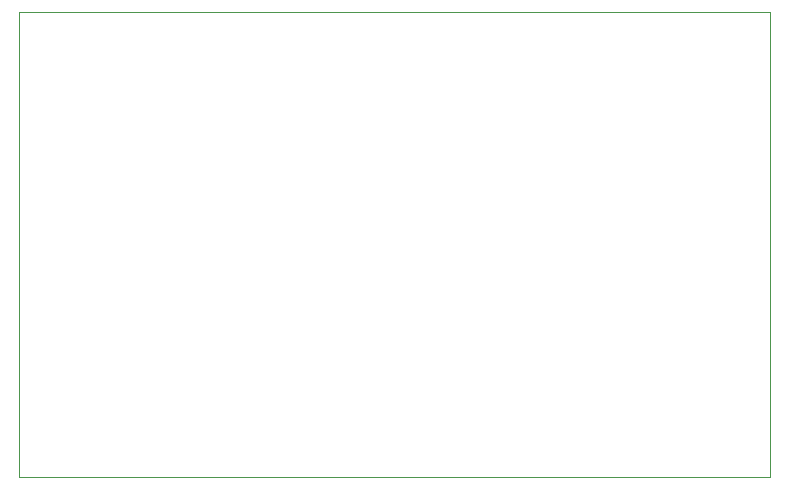
<source format=gbr>
%TF.GenerationSoftware,KiCad,Pcbnew,(6.0.4-0)*%
%TF.CreationDate,2023-08-14T15:40:46-05:00*%
%TF.ProjectId,model_cell,6d6f6465-6c5f-4636-956c-6c2e6b696361,rev?*%
%TF.SameCoordinates,Original*%
%TF.FileFunction,Profile,NP*%
%FSLAX46Y46*%
G04 Gerber Fmt 4.6, Leading zero omitted, Abs format (unit mm)*
G04 Created by KiCad (PCBNEW (6.0.4-0)) date 2023-08-14 15:40:46*
%MOMM*%
%LPD*%
G01*
G04 APERTURE LIST*
%TA.AperFunction,Profile*%
%ADD10C,0.100000*%
%TD*%
G04 APERTURE END LIST*
D10*
X0Y39687500D02*
X63550800Y39687500D01*
X0Y317500D02*
X63550800Y317500D01*
X0Y39687500D02*
X0Y317500D01*
X63550800Y317500D02*
X63550800Y39687500D01*
M02*

</source>
